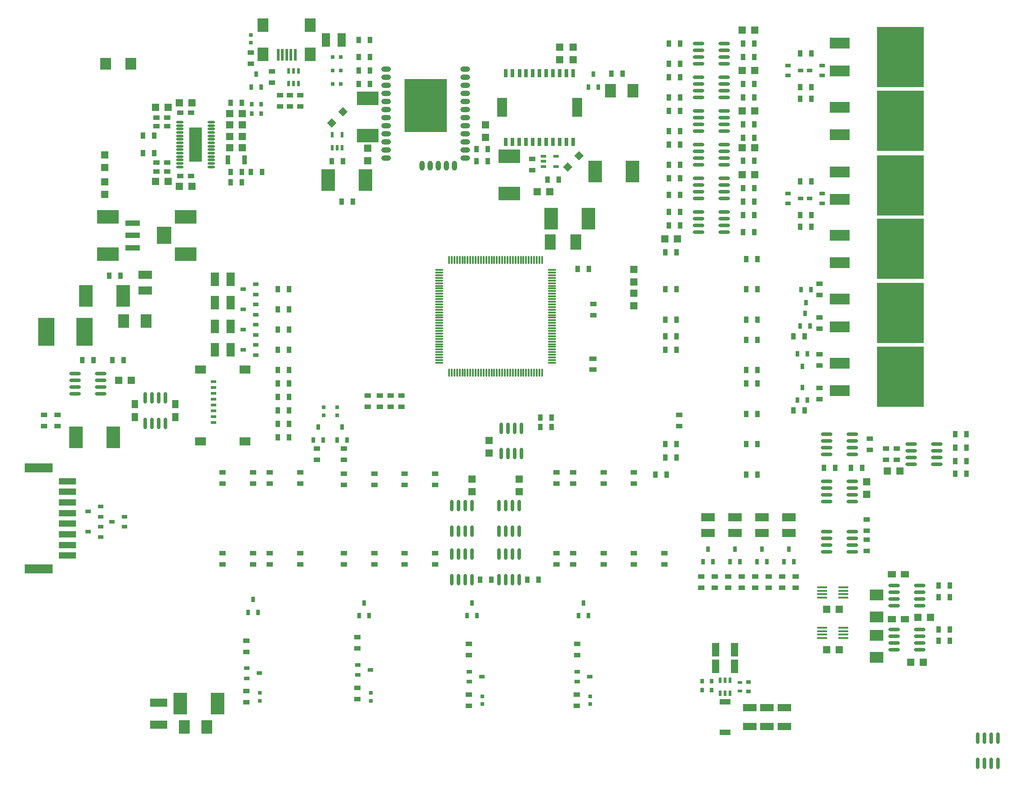
<source format=gtp>
G04 Layer_Color=8421504*
%FSLAX24Y24*%
%MOIN*%
G70*
G01*
G75*
%ADD10R,0.0551X0.0335*%
%ADD11R,0.0945X0.2559*%
%ADD12O,0.0551X0.0177*%
%ADD13R,0.0532X0.0571*%
%ADD14R,0.0335X0.0512*%
%ADD15R,0.0512X0.0354*%
%ADD16R,0.0571X0.0532*%
%ADD17R,0.0374X0.0669*%
%ADD18R,0.0827X0.0906*%
%ADD19R,0.1063X0.0394*%
%ADD20R,0.1063X0.1299*%
%ADD21R,0.1614X0.1024*%
%ADD22O,0.0236X0.0866*%
%ADD23R,0.0512X0.0335*%
%ADD24R,0.0787X0.0984*%
%ADD25R,0.1500X0.0799*%
%ADD26R,0.3500X0.4500*%
%ADD27O,0.0748X0.0161*%
%ADD28O,0.0866X0.0236*%
%ADD29R,0.0315X0.0315*%
G04:AMPARAMS|DCode=30|XSize=39.4mil|YSize=72.8mil|CornerRadius=19.7mil|HoleSize=0mil|Usage=FLASHONLY|Rotation=90.000|XOffset=0mil|YOffset=0mil|HoleType=Round|Shape=RoundedRectangle|*
%AMROUNDEDRECTD30*
21,1,0.0394,0.0335,0,0,90.0*
21,1,0.0000,0.0728,0,0,90.0*
1,1,0.0394,0.0167,0.0000*
1,1,0.0394,0.0167,0.0000*
1,1,0.0394,-0.0167,0.0000*
1,1,0.0394,-0.0167,0.0000*
%
%ADD30ROUNDEDRECTD30*%
G04:AMPARAMS|DCode=31|XSize=39.4mil|YSize=72.8mil|CornerRadius=19.7mil|HoleSize=0mil|Usage=FLASHONLY|Rotation=180.000|XOffset=0mil|YOffset=0mil|HoleType=Round|Shape=RoundedRectangle|*
%AMROUNDEDRECTD31*
21,1,0.0394,0.0335,0,0,180.0*
21,1,0.0000,0.0728,0,0,180.0*
1,1,0.0394,0.0000,0.0167*
1,1,0.0394,0.0000,0.0167*
1,1,0.0394,0.0000,-0.0167*
1,1,0.0394,0.0000,-0.0167*
%
%ADD31ROUNDEDRECTD31*%
%ADD32R,0.3150X0.3937*%
%ADD33R,0.0591X0.1024*%
%ADD34R,0.0394X0.0236*%
%ADD35R,0.0748X0.1437*%
%ADD36R,0.0315X0.0591*%
%ADD37R,0.1024X0.1614*%
%ADD38O,0.0650X0.0118*%
%ADD39O,0.0118X0.0650*%
%ADD40R,0.0591X0.0492*%
%ADD41R,0.0492X0.0591*%
%ADD42R,0.1024X0.0591*%
%ADD43R,0.1260X0.0591*%
%ADD44R,0.0413X0.0236*%
%ADD45R,0.0787X0.0591*%
%ADD46P,0.0724X4X270.0*%
%ADD47R,0.0236X0.0394*%
%ADD48R,0.2087X0.0669*%
%ADD49R,0.1260X0.0472*%
%ADD50R,0.0827X0.1177*%
%ADD51R,0.0984X0.0787*%
%ADD52R,0.0315X0.0315*%
%ADD53R,0.1230X0.2100*%
%ADD54R,0.0394X0.0276*%
%ADD55R,0.0276X0.0394*%
%ADD56R,0.0295X0.0374*%
%ADD57R,0.0197X0.0906*%
%ADD58R,0.0374X0.0295*%
%ADD59R,0.0827X0.0394*%
%ADD60R,0.1024X0.0532*%
%ADD61R,0.0532X0.1024*%
%ADD62R,0.0374X0.0217*%
D10*
X38200Y30306D02*
D03*
Y31094D02*
D03*
D11*
X8750Y47000D02*
D03*
D12*
X7589Y48663D02*
D03*
Y48407D02*
D03*
Y48152D02*
D03*
Y47896D02*
D03*
Y47640D02*
D03*
Y47384D02*
D03*
Y47128D02*
D03*
Y46872D02*
D03*
Y46616D02*
D03*
Y46360D02*
D03*
Y46104D02*
D03*
Y45848D02*
D03*
Y45593D02*
D03*
Y45337D02*
D03*
X9911Y48663D02*
D03*
Y48407D02*
D03*
Y48152D02*
D03*
Y47896D02*
D03*
Y47640D02*
D03*
Y47384D02*
D03*
Y47128D02*
D03*
Y46872D02*
D03*
Y46616D02*
D03*
Y46360D02*
D03*
Y46104D02*
D03*
Y45848D02*
D03*
Y45593D02*
D03*
Y45337D02*
D03*
D13*
X11287Y49300D02*
D03*
X12213D02*
D03*
X6713Y49750D02*
D03*
X5787D02*
D03*
X7537Y50100D02*
D03*
X8463D02*
D03*
X6713Y44250D02*
D03*
X5787D02*
D03*
X7537Y43900D02*
D03*
X8463D02*
D03*
X11287Y48450D02*
D03*
X12213D02*
D03*
X11287Y46750D02*
D03*
X12213D02*
D03*
X12213Y47600D02*
D03*
X11287D02*
D03*
X49287Y44750D02*
D03*
X50213D02*
D03*
X43537Y40000D02*
D03*
X44463D02*
D03*
X62300Y11900D02*
D03*
X63225D02*
D03*
X56463Y12500D02*
D03*
X55537D02*
D03*
X61787Y8550D02*
D03*
X62713D02*
D03*
X56463Y9500D02*
D03*
X55537D02*
D03*
X49287Y46750D02*
D03*
X50213D02*
D03*
Y49500D02*
D03*
X49287D02*
D03*
X60037Y22750D02*
D03*
X60963D02*
D03*
X50213Y55500D02*
D03*
X49287D02*
D03*
Y52500D02*
D03*
X50213D02*
D03*
X3963Y29500D02*
D03*
X3037D02*
D03*
X34087Y43500D02*
D03*
X35013D02*
D03*
D14*
X11337Y44950D02*
D03*
X12163D02*
D03*
X11337Y44200D02*
D03*
X12163D02*
D03*
X4837Y46350D02*
D03*
X5663D02*
D03*
X13663Y44950D02*
D03*
X12837D02*
D03*
X4837Y47650D02*
D03*
X5663D02*
D03*
X11337Y50100D02*
D03*
X12163D02*
D03*
X34163Y14700D02*
D03*
X33337D02*
D03*
X30663D02*
D03*
X29837D02*
D03*
X40413Y52250D02*
D03*
X39587D02*
D03*
X65913Y22550D02*
D03*
X65087D02*
D03*
X15663Y30250D02*
D03*
X14837D02*
D03*
X15663Y29250D02*
D03*
X14837D02*
D03*
X15663Y28250D02*
D03*
X14837D02*
D03*
X15663Y27250D02*
D03*
X14837D02*
D03*
X15663Y25250D02*
D03*
X14837D02*
D03*
X15663Y26250D02*
D03*
X14837D02*
D03*
X44663Y43250D02*
D03*
X43837D02*
D03*
X44663Y44500D02*
D03*
X43837D02*
D03*
X50163Y42750D02*
D03*
X49337D02*
D03*
X50163Y43750D02*
D03*
X49337D02*
D03*
X63837Y13400D02*
D03*
X64663D02*
D03*
X43837Y41000D02*
D03*
X44663D02*
D03*
X63837Y14250D02*
D03*
X64663D02*
D03*
X50163Y40500D02*
D03*
X49337D02*
D03*
X63837Y11000D02*
D03*
X64663D02*
D03*
X63837Y10150D02*
D03*
X64663D02*
D03*
X29587Y45750D02*
D03*
X30413D02*
D03*
X20837Y51500D02*
D03*
X21663D02*
D03*
X20837Y52500D02*
D03*
X21663D02*
D03*
X20837Y53500D02*
D03*
X21663D02*
D03*
X44663Y45500D02*
D03*
X43837D02*
D03*
X44663Y47000D02*
D03*
X43837D02*
D03*
X65913Y25500D02*
D03*
X65087D02*
D03*
X44663Y48000D02*
D03*
X43837D02*
D03*
X65087Y24500D02*
D03*
X65913D02*
D03*
X44663Y49500D02*
D03*
X43837D02*
D03*
X50163Y45800D02*
D03*
X49337D02*
D03*
X50163Y47500D02*
D03*
X49337D02*
D03*
X50163Y48500D02*
D03*
X49337D02*
D03*
X58163Y23000D02*
D03*
X57337D02*
D03*
X56163D02*
D03*
X55337D02*
D03*
X65913Y23500D02*
D03*
X65087D02*
D03*
X50413Y34000D02*
D03*
X49587D02*
D03*
X43587D02*
D03*
X44413D02*
D03*
X49587Y38500D02*
D03*
X50413D02*
D03*
X44413Y39000D02*
D03*
X43587D02*
D03*
X50413Y36250D02*
D03*
X49587D02*
D03*
X43587D02*
D03*
X44413D02*
D03*
X53087Y32750D02*
D03*
X53913D02*
D03*
X50163Y51500D02*
D03*
X49337D02*
D03*
X44663Y50500D02*
D03*
X43837D02*
D03*
X53913Y27250D02*
D03*
X53087D02*
D03*
X44663Y52000D02*
D03*
X43837D02*
D03*
X49337Y50500D02*
D03*
X50163D02*
D03*
X54413Y40900D02*
D03*
X53587D02*
D03*
Y41750D02*
D03*
X54413D02*
D03*
X53587Y44250D02*
D03*
X54413D02*
D03*
X50163Y53500D02*
D03*
X49337D02*
D03*
X54413Y50400D02*
D03*
X53587D02*
D03*
X44663Y53000D02*
D03*
X43837D02*
D03*
X53587Y51250D02*
D03*
X54413D02*
D03*
Y53750D02*
D03*
X53587D02*
D03*
X44663Y54500D02*
D03*
X43837D02*
D03*
X49337D02*
D03*
X50163D02*
D03*
X29587Y46650D02*
D03*
X30413D02*
D03*
X49337Y41750D02*
D03*
X50163D02*
D03*
X44663Y42000D02*
D03*
X43837D02*
D03*
X34837Y44400D02*
D03*
X35663D02*
D03*
X14837Y31750D02*
D03*
X15663D02*
D03*
X14837Y33250D02*
D03*
X15663D02*
D03*
X14837Y34750D02*
D03*
X15663D02*
D03*
X14837Y36250D02*
D03*
X15663D02*
D03*
X19587Y42750D02*
D03*
X20413D02*
D03*
X50413Y30250D02*
D03*
X49587D02*
D03*
X2587Y31000D02*
D03*
X3413D02*
D03*
X337D02*
D03*
X1163D02*
D03*
X50413Y27000D02*
D03*
X49587D02*
D03*
X43663Y22500D02*
D03*
X42837D02*
D03*
X50413D02*
D03*
X49587D02*
D03*
X43587Y23750D02*
D03*
X44413D02*
D03*
X49587Y24750D02*
D03*
X50413D02*
D03*
X44413D02*
D03*
X43587D02*
D03*
X50413Y29250D02*
D03*
X49587D02*
D03*
X44413Y31750D02*
D03*
X43587D02*
D03*
X50413Y32500D02*
D03*
X49587D02*
D03*
X43587Y32750D02*
D03*
X44413D02*
D03*
X20837Y54750D02*
D03*
X21663D02*
D03*
X2337Y37250D02*
D03*
X3163D02*
D03*
X37087Y37750D02*
D03*
X37913D02*
D03*
X18837Y45750D02*
D03*
X19663D02*
D03*
X34324Y26045D02*
D03*
X35151D02*
D03*
X34324Y26745D02*
D03*
X35151D02*
D03*
D15*
X7606Y49350D02*
D03*
X8394D02*
D03*
X6644Y49000D02*
D03*
X5856D02*
D03*
X6644Y45000D02*
D03*
X5856D02*
D03*
X7606Y44650D02*
D03*
X8394D02*
D03*
X5856Y45650D02*
D03*
X6644D02*
D03*
X5856Y48350D02*
D03*
X6644D02*
D03*
D16*
X2000Y43287D02*
D03*
Y44213D02*
D03*
Y46213D02*
D03*
Y45287D02*
D03*
X32750Y21237D02*
D03*
Y22163D02*
D03*
X30250Y47537D02*
D03*
Y48463D02*
D03*
X36750Y54213D02*
D03*
Y53287D02*
D03*
X35750D02*
D03*
Y54213D02*
D03*
X29250Y21237D02*
D03*
Y22163D02*
D03*
X30500Y24087D02*
D03*
Y25013D02*
D03*
X58500Y21037D02*
D03*
Y21963D02*
D03*
X41250Y35037D02*
D03*
Y35963D02*
D03*
Y36787D02*
D03*
Y37713D02*
D03*
X21500Y46713D02*
D03*
Y45787D02*
D03*
D17*
X12360Y45850D02*
D03*
X11140D02*
D03*
D18*
X3935Y53000D02*
D03*
X2065D02*
D03*
D19*
X4089Y41156D02*
D03*
Y40250D02*
D03*
Y39344D02*
D03*
D20*
X6411Y40250D02*
D03*
D21*
X8000Y38872D02*
D03*
Y41628D02*
D03*
X2250Y38872D02*
D03*
Y41628D02*
D03*
X32000Y46128D02*
D03*
Y43372D02*
D03*
X21500Y50428D02*
D03*
Y47672D02*
D03*
D22*
X31750Y14705D02*
D03*
X32250D02*
D03*
X31250D02*
D03*
X32750D02*
D03*
X31250Y16595D02*
D03*
X31750D02*
D03*
X32250D02*
D03*
X32750D02*
D03*
Y20195D02*
D03*
X32250D02*
D03*
X31750D02*
D03*
X31250D02*
D03*
X32750Y18305D02*
D03*
X32250D02*
D03*
X31750D02*
D03*
X31250D02*
D03*
X5000Y26305D02*
D03*
X5500D02*
D03*
X6000D02*
D03*
X6500D02*
D03*
X5000Y28195D02*
D03*
X5500D02*
D03*
X6000D02*
D03*
X6500D02*
D03*
X32900Y25945D02*
D03*
X32400D02*
D03*
X31900D02*
D03*
X31400D02*
D03*
X32900Y24055D02*
D03*
X32400D02*
D03*
X31900D02*
D03*
X31400D02*
D03*
X27750Y14705D02*
D03*
X29250D02*
D03*
X27750Y16595D02*
D03*
X28250D02*
D03*
X28750D02*
D03*
X29250D02*
D03*
Y20195D02*
D03*
X28750D02*
D03*
X28250D02*
D03*
X27750D02*
D03*
X29250Y18305D02*
D03*
X28750D02*
D03*
X28250D02*
D03*
X27750D02*
D03*
X28750Y14705D02*
D03*
X28250D02*
D03*
X66750Y1055D02*
D03*
X67250D02*
D03*
X67750D02*
D03*
X68250D02*
D03*
X66750Y2945D02*
D03*
X67250D02*
D03*
X67750D02*
D03*
X68250D02*
D03*
D23*
X55000Y35837D02*
D03*
Y36663D02*
D03*
Y30587D02*
D03*
Y31413D02*
D03*
X38250Y34337D02*
D03*
Y35163D02*
D03*
X22000Y21737D02*
D03*
Y22563D02*
D03*
X14250Y16663D02*
D03*
Y15837D02*
D03*
X22000D02*
D03*
Y16663D02*
D03*
X14250Y22663D02*
D03*
Y21837D02*
D03*
X20750Y10413D02*
D03*
Y9587D02*
D03*
Y6663D02*
D03*
Y5837D02*
D03*
X19750Y21737D02*
D03*
Y22563D02*
D03*
X19750Y15837D02*
D03*
Y16663D02*
D03*
X12500Y10163D02*
D03*
Y9337D02*
D03*
Y6413D02*
D03*
Y5587D02*
D03*
X55000Y33337D02*
D03*
Y34163D02*
D03*
Y28087D02*
D03*
Y28913D02*
D03*
X21500Y28363D02*
D03*
Y27537D02*
D03*
X22400Y28363D02*
D03*
Y27537D02*
D03*
X23200Y28363D02*
D03*
Y27537D02*
D03*
X24000Y28363D02*
D03*
Y27537D02*
D03*
X33700Y45913D02*
D03*
Y45087D02*
D03*
X-2500Y26913D02*
D03*
Y26087D02*
D03*
X-1500Y26913D02*
D03*
Y26087D02*
D03*
X16500Y16663D02*
D03*
Y15837D02*
D03*
Y22663D02*
D03*
Y21837D02*
D03*
X43500Y16663D02*
D03*
Y15837D02*
D03*
X44600Y26087D02*
D03*
Y26913D02*
D03*
X36750Y15837D02*
D03*
Y16663D02*
D03*
Y22663D02*
D03*
Y21837D02*
D03*
X41250Y15837D02*
D03*
Y16663D02*
D03*
Y22663D02*
D03*
Y21837D02*
D03*
X35500D02*
D03*
Y22663D02*
D03*
Y15837D02*
D03*
Y16663D02*
D03*
X39000Y15837D02*
D03*
Y16663D02*
D03*
Y22663D02*
D03*
Y21837D02*
D03*
X26500Y21737D02*
D03*
Y22563D02*
D03*
X26500Y15837D02*
D03*
Y16663D02*
D03*
X37050Y9913D02*
D03*
Y9087D02*
D03*
X37000Y6163D02*
D03*
Y5337D02*
D03*
X10750Y21837D02*
D03*
Y22663D02*
D03*
Y15837D02*
D03*
Y16663D02*
D03*
X17750Y24413D02*
D03*
Y23587D02*
D03*
X29000Y6163D02*
D03*
Y5337D02*
D03*
Y9913D02*
D03*
Y9087D02*
D03*
X24250Y15837D02*
D03*
Y16663D02*
D03*
X24250Y21737D02*
D03*
Y22563D02*
D03*
X19750Y24413D02*
D03*
Y23587D02*
D03*
X51250Y14087D02*
D03*
Y14913D02*
D03*
X50250D02*
D03*
Y14087D02*
D03*
X49250D02*
D03*
Y14913D02*
D03*
X48250D02*
D03*
Y14087D02*
D03*
X46250Y14913D02*
D03*
Y14087D02*
D03*
X53250D02*
D03*
Y14913D02*
D03*
X52250D02*
D03*
Y14087D02*
D03*
X47250D02*
D03*
Y14913D02*
D03*
X13000Y15837D02*
D03*
Y16663D02*
D03*
Y21837D02*
D03*
Y22663D02*
D03*
X58500Y16837D02*
D03*
Y17663D02*
D03*
Y18337D02*
D03*
Y19163D02*
D03*
X60750Y24413D02*
D03*
Y23587D02*
D03*
X59950Y24413D02*
D03*
Y23587D02*
D03*
X58750Y25163D02*
D03*
Y24337D02*
D03*
X15000Y49837D02*
D03*
Y50663D02*
D03*
X15750Y49837D02*
D03*
Y50663D02*
D03*
X16500Y49837D02*
D03*
Y50663D02*
D03*
X14400Y52413D02*
D03*
Y51587D02*
D03*
X12850Y52987D02*
D03*
Y53813D02*
D03*
D24*
X39523Y51000D02*
D03*
X41177D02*
D03*
X9577Y3750D02*
D03*
X7923D02*
D03*
X5077Y33900D02*
D03*
X3423D02*
D03*
X13748Y53699D02*
D03*
X17252D02*
D03*
Y55864D02*
D03*
X13748D02*
D03*
D25*
X56500Y38228D02*
D03*
Y40272D02*
D03*
Y49772D02*
D03*
Y47728D02*
D03*
Y33478D02*
D03*
Y35522D02*
D03*
Y30772D02*
D03*
Y28728D02*
D03*
Y42928D02*
D03*
Y44972D02*
D03*
Y54522D02*
D03*
Y52478D02*
D03*
D26*
X61000Y39250D02*
D03*
Y48750D02*
D03*
Y34500D02*
D03*
Y29750D02*
D03*
Y43950D02*
D03*
Y53500D02*
D03*
D27*
X56778Y13366D02*
D03*
Y13622D02*
D03*
Y13878D02*
D03*
Y14134D02*
D03*
X55222Y13366D02*
D03*
Y13622D02*
D03*
Y13878D02*
D03*
Y14134D02*
D03*
X56778Y10366D02*
D03*
Y10622D02*
D03*
Y10878D02*
D03*
Y11134D02*
D03*
X55222Y10366D02*
D03*
Y10622D02*
D03*
Y10878D02*
D03*
Y11134D02*
D03*
D28*
X60555Y14250D02*
D03*
Y13750D02*
D03*
Y13250D02*
D03*
Y12750D02*
D03*
X62445Y14250D02*
D03*
Y13750D02*
D03*
Y13250D02*
D03*
Y12750D02*
D03*
Y9500D02*
D03*
Y10000D02*
D03*
Y10500D02*
D03*
Y11000D02*
D03*
X60555Y9500D02*
D03*
Y10000D02*
D03*
Y10500D02*
D03*
Y11000D02*
D03*
X55555Y22000D02*
D03*
Y21500D02*
D03*
Y21000D02*
D03*
Y20500D02*
D03*
X57445Y22000D02*
D03*
Y21500D02*
D03*
Y21000D02*
D03*
Y20500D02*
D03*
X61805Y24750D02*
D03*
Y24250D02*
D03*
Y23750D02*
D03*
Y23250D02*
D03*
X63695Y24750D02*
D03*
Y24250D02*
D03*
Y23750D02*
D03*
Y23250D02*
D03*
X55555Y25500D02*
D03*
Y25000D02*
D03*
Y24500D02*
D03*
Y24000D02*
D03*
X57445Y25500D02*
D03*
Y25000D02*
D03*
Y24500D02*
D03*
Y24000D02*
D03*
X1695Y28500D02*
D03*
Y29000D02*
D03*
Y29500D02*
D03*
Y30000D02*
D03*
X-195Y28500D02*
D03*
Y29000D02*
D03*
Y29500D02*
D03*
Y30000D02*
D03*
X47945Y43000D02*
D03*
Y43500D02*
D03*
Y44000D02*
D03*
Y44500D02*
D03*
X46055Y43000D02*
D03*
Y43500D02*
D03*
Y44000D02*
D03*
Y44500D02*
D03*
X47945Y40500D02*
D03*
Y41000D02*
D03*
Y41500D02*
D03*
Y42000D02*
D03*
X46055Y40500D02*
D03*
Y41000D02*
D03*
Y41500D02*
D03*
Y42000D02*
D03*
X47945Y45500D02*
D03*
Y46000D02*
D03*
Y46500D02*
D03*
Y47000D02*
D03*
X46055Y45500D02*
D03*
Y46000D02*
D03*
Y46500D02*
D03*
Y47000D02*
D03*
X47945Y48000D02*
D03*
Y48500D02*
D03*
Y49000D02*
D03*
Y49500D02*
D03*
X46055Y48000D02*
D03*
Y48500D02*
D03*
Y49000D02*
D03*
Y49500D02*
D03*
Y52000D02*
D03*
Y51500D02*
D03*
Y51000D02*
D03*
Y50500D02*
D03*
X47945Y52000D02*
D03*
Y51500D02*
D03*
Y51000D02*
D03*
Y50500D02*
D03*
Y53000D02*
D03*
Y53500D02*
D03*
Y54000D02*
D03*
Y54500D02*
D03*
X46055Y53000D02*
D03*
Y53500D02*
D03*
Y54000D02*
D03*
Y54500D02*
D03*
X57445Y16750D02*
D03*
Y17250D02*
D03*
Y17750D02*
D03*
Y18250D02*
D03*
X55555Y16750D02*
D03*
Y17250D02*
D03*
Y17750D02*
D03*
Y18250D02*
D03*
D29*
X21750Y5705D02*
D03*
Y6295D02*
D03*
X13500D02*
D03*
Y5705D02*
D03*
X38000Y5455D02*
D03*
Y6045D02*
D03*
X18250Y26905D02*
D03*
Y27495D02*
D03*
X30000Y5455D02*
D03*
Y6045D02*
D03*
X19250Y26905D02*
D03*
Y27495D02*
D03*
X12850Y55145D02*
D03*
Y54555D02*
D03*
D30*
X28727Y50800D02*
D03*
Y49000D02*
D03*
Y50200D02*
D03*
Y51400D02*
D03*
X22873Y46000D02*
D03*
Y46600D02*
D03*
Y47200D02*
D03*
Y47800D02*
D03*
Y48400D02*
D03*
Y49000D02*
D03*
Y49600D02*
D03*
Y50200D02*
D03*
Y50800D02*
D03*
Y51400D02*
D03*
Y52000D02*
D03*
Y52600D02*
D03*
X28727D02*
D03*
Y52000D02*
D03*
Y49600D02*
D03*
Y48400D02*
D03*
Y47800D02*
D03*
Y47200D02*
D03*
Y46600D02*
D03*
Y46000D02*
D03*
D31*
X27948Y45421D02*
D03*
X27348D02*
D03*
X26748D02*
D03*
X26148D02*
D03*
X25548D02*
D03*
D32*
X25800Y49898D02*
D03*
D33*
X18409Y54750D02*
D03*
X19591D02*
D03*
X11341Y31750D02*
D03*
X10159D02*
D03*
X11341Y33500D02*
D03*
X10159D02*
D03*
X11341Y35250D02*
D03*
X10159D02*
D03*
X11341Y37000D02*
D03*
X10159D02*
D03*
D34*
X35472Y46124D02*
D03*
Y45376D02*
D03*
X34528D02*
D03*
Y45750D02*
D03*
Y46124D02*
D03*
D35*
X37026Y49750D02*
D03*
X31474D02*
D03*
D36*
X31750Y52309D02*
D03*
X32250D02*
D03*
X32759D02*
D03*
X33250D02*
D03*
X33750D02*
D03*
X34250D02*
D03*
X34750D02*
D03*
X35250D02*
D03*
X35750D02*
D03*
X36250D02*
D03*
X36750D02*
D03*
Y47191D02*
D03*
X36250D02*
D03*
X35750D02*
D03*
X35250D02*
D03*
X34750D02*
D03*
X34250D02*
D03*
X33750D02*
D03*
X33250D02*
D03*
X32750D02*
D03*
X32250D02*
D03*
X31750D02*
D03*
D37*
X38372Y45000D02*
D03*
X41128D02*
D03*
X7622Y5500D02*
D03*
X10378D02*
D03*
X3378Y35750D02*
D03*
X622D02*
D03*
X-128Y25250D02*
D03*
X2628D02*
D03*
X21328Y44350D02*
D03*
X18572D02*
D03*
X37878Y41500D02*
D03*
X35122D02*
D03*
D38*
X35161Y30800D02*
D03*
Y30997D02*
D03*
Y31194D02*
D03*
Y31391D02*
D03*
Y31588D02*
D03*
Y31785D02*
D03*
Y31981D02*
D03*
Y32178D02*
D03*
Y32375D02*
D03*
Y32572D02*
D03*
Y32769D02*
D03*
Y32966D02*
D03*
Y33163D02*
D03*
Y33359D02*
D03*
Y33556D02*
D03*
Y33753D02*
D03*
Y33950D02*
D03*
Y34147D02*
D03*
Y34344D02*
D03*
Y34541D02*
D03*
Y34737D02*
D03*
Y34934D02*
D03*
Y35131D02*
D03*
Y35328D02*
D03*
Y35525D02*
D03*
Y35722D02*
D03*
Y35919D02*
D03*
Y36115D02*
D03*
Y36312D02*
D03*
Y36509D02*
D03*
Y36706D02*
D03*
Y36903D02*
D03*
Y37100D02*
D03*
Y37296D02*
D03*
Y37493D02*
D03*
Y37690D02*
D03*
X26815D02*
D03*
Y37493D02*
D03*
Y37296D02*
D03*
Y37100D02*
D03*
Y36903D02*
D03*
Y36706D02*
D03*
Y36509D02*
D03*
Y36312D02*
D03*
Y36115D02*
D03*
Y35919D02*
D03*
Y35722D02*
D03*
Y35525D02*
D03*
Y35328D02*
D03*
Y35131D02*
D03*
Y34934D02*
D03*
Y34737D02*
D03*
Y34541D02*
D03*
Y34344D02*
D03*
Y34147D02*
D03*
Y33950D02*
D03*
Y33753D02*
D03*
Y33556D02*
D03*
Y33359D02*
D03*
Y33163D02*
D03*
Y32966D02*
D03*
Y32769D02*
D03*
Y32572D02*
D03*
Y32375D02*
D03*
Y32178D02*
D03*
Y31981D02*
D03*
Y31785D02*
D03*
Y31588D02*
D03*
Y31391D02*
D03*
Y31194D02*
D03*
Y30997D02*
D03*
Y30800D02*
D03*
D39*
X34433Y38419D02*
D03*
X34236D02*
D03*
X34039D02*
D03*
X33842D02*
D03*
X33645D02*
D03*
X33448D02*
D03*
X33252D02*
D03*
X33055D02*
D03*
X32858D02*
D03*
X32661D02*
D03*
X32464D02*
D03*
X32267D02*
D03*
X32070D02*
D03*
X31874D02*
D03*
X31677D02*
D03*
X31480D02*
D03*
X31283D02*
D03*
X31086D02*
D03*
X30889D02*
D03*
X30693D02*
D03*
X30496D02*
D03*
X30299D02*
D03*
X30102D02*
D03*
X29905D02*
D03*
X29708D02*
D03*
X29511D02*
D03*
X29315D02*
D03*
X29118D02*
D03*
X28921D02*
D03*
X28724D02*
D03*
X28527D02*
D03*
X28330D02*
D03*
X28133D02*
D03*
X27937D02*
D03*
X27740D02*
D03*
X27543D02*
D03*
Y30072D02*
D03*
X27740D02*
D03*
X27937D02*
D03*
X28133D02*
D03*
X28330D02*
D03*
X28527D02*
D03*
X28724D02*
D03*
X28921D02*
D03*
X29118D02*
D03*
X29315D02*
D03*
X29511D02*
D03*
X29708D02*
D03*
X29905D02*
D03*
X30102D02*
D03*
X30299D02*
D03*
X30496D02*
D03*
X30693D02*
D03*
X30889D02*
D03*
X31086D02*
D03*
X31283D02*
D03*
X31480D02*
D03*
X31677D02*
D03*
X31874D02*
D03*
X32070D02*
D03*
X32267D02*
D03*
X32464D02*
D03*
X32661D02*
D03*
X32858D02*
D03*
X33055D02*
D03*
X33252D02*
D03*
X33448D02*
D03*
X33645D02*
D03*
X33842D02*
D03*
X34039D02*
D03*
X34236D02*
D03*
X34433D02*
D03*
D40*
X61342Y15100D02*
D03*
X60358D02*
D03*
Y11750D02*
D03*
X61342D02*
D03*
D41*
X4250Y27742D02*
D03*
Y26758D02*
D03*
X7250Y27742D02*
D03*
Y26758D02*
D03*
D42*
X5000Y36159D02*
D03*
Y37341D02*
D03*
X50750Y19341D02*
D03*
Y18159D02*
D03*
X48750Y19341D02*
D03*
Y18159D02*
D03*
X46750Y19341D02*
D03*
Y18159D02*
D03*
X52750Y19341D02*
D03*
Y18159D02*
D03*
D43*
X6000Y3923D02*
D03*
Y5577D02*
D03*
D44*
X10089Y29406D02*
D03*
Y28973D02*
D03*
Y28540D02*
D03*
Y28107D02*
D03*
Y27674D02*
D03*
Y27241D02*
D03*
Y26808D02*
D03*
Y26375D02*
D03*
D45*
X12400Y30300D02*
D03*
Y24946D02*
D03*
X9093Y30300D02*
D03*
Y24946D02*
D03*
D46*
X19668Y49418D02*
D03*
X18832Y48582D02*
D03*
X36332Y45332D02*
D03*
X37168Y46168D02*
D03*
D47*
X18876Y47722D02*
D03*
X19624D02*
D03*
Y46778D02*
D03*
X19250D02*
D03*
X18876D02*
D03*
X16374Y52472D02*
D03*
X16000D02*
D03*
X15626D02*
D03*
Y51528D02*
D03*
X16374D02*
D03*
X16000D02*
D03*
X48000Y6278D02*
D03*
X48374D02*
D03*
X47626D02*
D03*
Y7222D02*
D03*
X48000D02*
D03*
X48374D02*
D03*
D48*
X-2907Y23010D02*
D03*
Y15490D02*
D03*
D49*
X-750Y22000D02*
D03*
Y21213D02*
D03*
Y20425D02*
D03*
Y19638D02*
D03*
Y18850D02*
D03*
Y18063D02*
D03*
Y17276D02*
D03*
Y16488D02*
D03*
D50*
X36947Y39750D02*
D03*
X35053D02*
D03*
D51*
X59250Y10577D02*
D03*
Y8923D02*
D03*
Y11923D02*
D03*
Y13577D02*
D03*
D52*
X18905Y51500D02*
D03*
X19495D02*
D03*
Y52500D02*
D03*
X18905D02*
D03*
Y53500D02*
D03*
X19495D02*
D03*
D53*
X-2322Y33100D02*
D03*
X522D02*
D03*
D54*
X12278Y31750D02*
D03*
X13222Y32124D02*
D03*
Y31376D02*
D03*
Y32876D02*
D03*
Y33624D02*
D03*
X12278Y33250D02*
D03*
Y34750D02*
D03*
X13222Y35124D02*
D03*
Y34376D02*
D03*
Y35876D02*
D03*
Y36624D02*
D03*
X12278Y36250D02*
D03*
X37972Y7500D02*
D03*
X37028Y7126D02*
D03*
Y7874D02*
D03*
X21722Y8000D02*
D03*
X20778Y7626D02*
D03*
Y8374D02*
D03*
X13472Y7750D02*
D03*
X12528Y7376D02*
D03*
Y8124D02*
D03*
X52678Y43374D02*
D03*
Y42626D02*
D03*
X53622Y43000D02*
D03*
Y52500D02*
D03*
X52678Y52126D02*
D03*
Y52874D02*
D03*
X1722Y17876D02*
D03*
Y18624D02*
D03*
X778Y18250D02*
D03*
Y19750D02*
D03*
X1722Y20124D02*
D03*
Y19376D02*
D03*
X3472Y18626D02*
D03*
Y19374D02*
D03*
X2528Y19000D02*
D03*
X29028Y7874D02*
D03*
Y7126D02*
D03*
X29972Y7500D02*
D03*
X54278Y43000D02*
D03*
X55222Y43374D02*
D03*
Y42626D02*
D03*
X54278Y52500D02*
D03*
X55222Y52874D02*
D03*
Y52126D02*
D03*
D55*
X19600Y26022D02*
D03*
X19974Y25078D02*
D03*
X19226D02*
D03*
X17476D02*
D03*
X18224D02*
D03*
X17850Y26022D02*
D03*
X37126Y12028D02*
D03*
X37874D02*
D03*
X37500Y12972D02*
D03*
X20876Y12028D02*
D03*
X21624D02*
D03*
X21250Y12972D02*
D03*
X12626Y12278D02*
D03*
X13374D02*
D03*
X13000Y13222D02*
D03*
X37876Y51278D02*
D03*
X38624D02*
D03*
X38250Y52222D02*
D03*
X53750Y28972D02*
D03*
X54124Y28028D02*
D03*
X53376D02*
D03*
X29250Y12972D02*
D03*
X29624Y12028D02*
D03*
X28876D02*
D03*
X50376Y16028D02*
D03*
X51124D02*
D03*
X50750Y16972D02*
D03*
X48750D02*
D03*
X49124Y16028D02*
D03*
X48376D02*
D03*
X46376D02*
D03*
X47124D02*
D03*
X46750Y16972D02*
D03*
X52750D02*
D03*
X53124Y16028D02*
D03*
X52376D02*
D03*
X53950Y34472D02*
D03*
X54324Y33528D02*
D03*
X53576D02*
D03*
X54124Y31472D02*
D03*
X53376D02*
D03*
X53750Y30528D02*
D03*
X54374Y36222D02*
D03*
X53626D02*
D03*
X54000Y35278D02*
D03*
X13250Y52222D02*
D03*
X13624Y51278D02*
D03*
X12876D02*
D03*
D56*
X12896Y49300D02*
D03*
X13604D02*
D03*
X13604Y50000D02*
D03*
X12896D02*
D03*
X47004Y7150D02*
D03*
X46296D02*
D03*
X47004Y6500D02*
D03*
X46296D02*
D03*
D57*
X14870Y53659D02*
D03*
X15185D02*
D03*
X15500D02*
D03*
X15815D02*
D03*
X16130D02*
D03*
D58*
X49750Y6396D02*
D03*
Y7104D02*
D03*
D59*
X48000Y3358D02*
D03*
Y5642D02*
D03*
D60*
X49850Y5199D02*
D03*
Y3801D02*
D03*
X51100Y5199D02*
D03*
Y3801D02*
D03*
X52400Y5199D02*
D03*
Y3801D02*
D03*
D61*
X47301Y8250D02*
D03*
X48699D02*
D03*
X47301Y9500D02*
D03*
X48699D02*
D03*
D62*
X49100Y7065D02*
D03*
Y6435D02*
D03*
M02*

</source>
